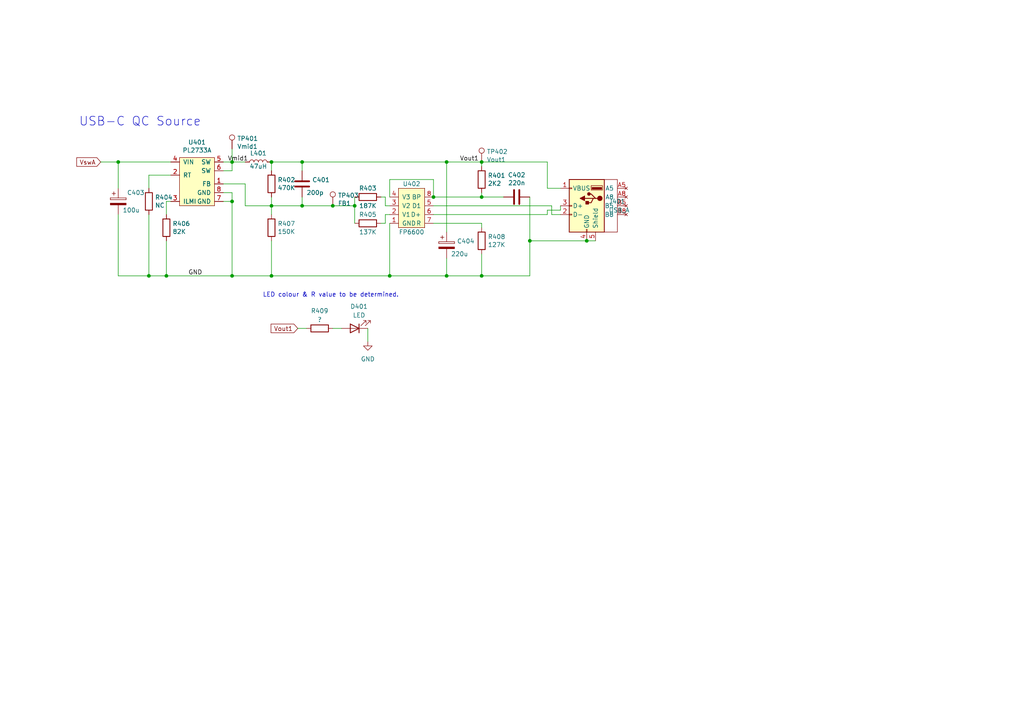
<source format=kicad_sch>
(kicad_sch (version 20211123) (generator eeschema)
  (paper "A4")
  (title_block (title "USB-C QC Source"))
  (lib_symbols
    (symbol "Connector:TestPoint" (pin_numbers hide) (pin_names (offset 0.762) hide)
      (property "Reference" "TP" (at 0 6.858 0))
      (property "Value" "TestPoint" (at 0 5.08 0))
      (symbol "TestPoint_0_1"
        (circle (center 0 3.302) (radius 0.762))
      )
      (symbol "TestPoint_1_1"
        (pin passive line (at 0 0 90) (length 2.54) (name "1") (number "1"))
      )
    )
    (symbol "Device:C" (pin_numbers hide) (pin_names (offset 0.254))
      (property "Reference" "C" (at 0.635 2.54 0))
      (property "Value" "C" (at 0.635 -2.54 0))
      (symbol "C_0_1"
        (polyline (pts (xy -2.032 -0.762) (xy 2.032 -0.762)) (stroke (width 0.508)))
        (polyline (pts (xy -2.032 0.762) (xy 2.032 0.762)) (stroke (width 0.508)))
      )
      (symbol "C_1_1"
        (pin passive line (at 0 3.81 270) (length 2.794) (name "~") (number "1"))
        (pin passive line (at 0 -3.81 90) (length 2.794) (name "~") (number "2"))
      )
    )
    (symbol "Device:CP" (pin_numbers hide) (pin_names (offset 0.254))
      (property "Reference" "C" (at 0.635 2.54 0))
      (property "Value" "Device_CP" (at 0.635 -2.54 0))
      (symbol "CP_0_1"
        (rectangle (start -2.286 0.508) (end -2.286 1.016))
        (rectangle (start -2.286 0.508) (end 2.286 0.508))
        (polyline (pts (xy -1.778 2.286) (xy -0.762 2.286)))
        (polyline (pts (xy -1.27 2.794) (xy -1.27 1.778)))
        (rectangle (start 2.286 -0.508) (end -2.286 -1.016) (fill (type outline)))
        (rectangle (start 2.286 1.016) (end -2.286 1.016))
        (rectangle (start 2.286 1.016) (end 2.286 0.508))
      )
      (symbol "CP_1_1"
        (pin passive line (at 0 3.81 270) (length 2.794) (name "~") (number "1"))
        (pin passive line (at 0 -3.81 90) (length 2.794) (name "~") (number "2"))
      )
    )
    (symbol "Device:L" (pin_numbers hide) (pin_names (offset 1.016) hide)
      (property "Reference" "L" (at -1.27 0 90))
      (property "Value" "L" (at 1.905 0 90))
      (symbol "L_0_1"
        (arc (start 0 -2.54) (mid 0.635 -1.905) (end 0 -1.27))
        (arc (start 0 -1.27) (mid 0.635 -0.635) (end 0 0))
        (arc (start 0 0) (mid 0.635 0.635) (end 0 1.27))
        (arc (start 0 1.27) (mid 0.635 1.905) (end 0 2.54))
      )
      (symbol "L_1_1"
        (pin passive line (at 0 3.81 270) (length 1.27) (name "1") (number "1"))
        (pin passive line (at 0 -3.81 90) (length 1.27) (name "2") (number "2"))
      )
    )
    (symbol "Device:LED" (pin_numbers hide) (pin_names (offset 1.016) hide)
      (property "Reference" "D" (at 0 2.54 0))
      (property "Value" "LED" (at 0 -2.54 0))
      (symbol "LED_0_1"
        (polyline (pts (xy -1.27 -1.27) (xy -1.27 1.27)) (stroke (width 0.254)))
        (polyline (pts (xy -1.27 0) (xy 1.27 0)))
        (polyline (pts (xy 1.27 -1.27) (xy 1.27 1.27) (xy -1.27 0) (xy 1.27 -1.27)) (stroke (width 0.254)))
        (polyline (pts (xy -3.048 -0.762) (xy -4.572 -2.286) (xy -3.81 -2.286) (xy -4.572 -2.286) (xy -4.572 -1.524)))
        (polyline (pts (xy -1.778 -0.762) (xy -3.302 -2.286) (xy -2.54 -2.286) (xy -3.302 -2.286) (xy -3.302 -1.524)))
      )
      (symbol "LED_1_1"
        (pin passive line (at -3.81 0 0) (length 2.54) (name "K") (number "1"))
        (pin passive line (at 3.81 0 180) (length 2.54) (name "A") (number "2"))
      )
    )
    (symbol "Device:R" (pin_numbers hide) (pin_names (offset 0))
      (property "Reference" "R" (at 2.032 0 90))
      (property "Value" "R" (at 0 0 90))
      (symbol "R_0_1"
        (rectangle (start -1.016 -2.54) (end 1.016 2.54) (stroke (width 0.254)))
      )
      (symbol "R_1_1"
        (pin passive line (at 0 3.81 270) (length 1.27) (name "~") (number "1"))
        (pin passive line (at 0 -3.81 90) (length 1.27) (name "~") (number "2"))
      )
    )
    (symbol "customs:FP6600" (pin_names (offset 1.016))
      (property "Reference" "U" (at 0 1.27 0))
      (property "Value" "customs_FP6600" (at 0 -1.27 0))
      (symbol "FP6600_0_1"
        (rectangle (start -3.81 -2.54) (end 3.81 -13.97) (fill (type background)))
      )
      (symbol "FP6600_1_1"
        (pin power_in line (at -6.35 -12.7 0) (length 2.54) (name "GND") (number "1"))
        (pin input line (at -6.35 -10.16 0) (length 2.54) (name "V1") (number "2"))
        (pin input line (at -6.35 -7.62 0) (length 2.54) (name "V2") (number "3"))
        (pin input line (at -6.35 -5.08 0) (length 2.54) (name "V3") (number "4"))
        (pin bidirectional line (at 6.35 -7.62 180) (length 2.54) (name "D1") (number "5"))
        (pin bidirectional line (at 6.35 -10.16 180) (length 2.54) (name "D+") (number "6"))
        (pin input line (at 6.35 -12.7 180) (length 2.54) (name "R") (number "7"))
        (pin power_in line (at 6.35 -5.08 180) (length 2.54) (name "BP") (number "8"))
      )
    )
    (symbol "customs:PL2733A" (pin_names (offset 1.016))
      (property "Reference" "U" (at 0 7.62 0))
      (property "Value" "customs_PL2733A" (at 0 5.08 0))
      (symbol "PL2733A_0_1"
        (rectangle (start -5.08 3.81) (end 5.08 -10.16) (fill (type background)))
      )
      (symbol "PL2733A_1_1"
        (pin input line (at 7.62 -3.81 180) (length 2.54) (name "FB") (number "1"))
        (pin input line (at -7.62 -1.27 0) (length 2.54) (name "RT") (number "2"))
        (pin input line (at -7.62 -8.89 0) (length 2.54) (name "ILMI") (number "3"))
        (pin power_in line (at -7.62 2.54 0) (length 2.54) (name "VIN") (number "4"))
        (pin power_out line (at 7.62 2.54 180) (length 2.54) (name "SW") (number "5"))
        (pin power_out line (at 7.62 0 180) (length 2.54) (name "SW") (number "6"))
        (pin power_in line (at 7.62 -8.89 180) (length 2.54) (name "GND") (number "7"))
        (pin power_in line (at 7.62 -6.35 180) (length 2.54) (name "GND") (number "8"))
      )
    )
    (symbol "power:GND" (power) (pin_names (offset 0))
      (property "Value" "GND" (at 0 -3.81 0))
      (symbol "GND_0_1"
        (polyline (pts (xy 0 0) (xy 0 -1.27) (xy 1.27 -1.27) (xy 0 -2.54) (xy -1.27 -1.27) (xy 0 -1.27)))
      )
      (symbol "GND_1_1"
        (pin power_in line (at 0 0 270) (length 0) hide (name "GND") (number "1"))
      )
    )
    (symbol "tinker:USB_A+C" (pin_names (offset 1.016))
      (property "Reference" "J" (at -5.08 11.43 0))
      (property "Value" "USB_A+C" (at -5.08 8.89 0))
      (symbol "USB_A+C_0_1"
        (rectangle (start -8.89 7.62) (end -5.08 -7.62))
        (rectangle (start -5.08 -7.62) (end 5.08 7.62) (stroke (width 0.254)) (fill (type background)))
        (circle (center -3.81 2.159) (radius 0.635) (stroke (width 0.254)) (fill (type outline)))
        (rectangle (start -1.524 4.826) (end -4.318 5.334) (fill (type outline)))
        (rectangle (start -1.27 4.572) (end -4.572 5.842))
        (circle (center -0.635 3.429) (radius 0.381) (stroke (width 0.254)) (fill (type outline)))
        (rectangle (start -0.127 -7.62) (end 0.127 -6.858))
        (polyline (pts (xy -3.175 2.159) (xy -2.54 2.159) (xy -1.27 3.429) (xy -0.635 3.429)) (stroke (width 0.254)))
        (polyline (pts (xy -2.54 2.159) (xy -1.905 2.159) (xy -1.27 0.889) (xy 0 0.889)) (stroke (width 0.254)))
        (polyline (pts (xy 0.635 2.794) (xy 0.635 1.524) (xy 1.905 2.159) (xy 0.635 2.794)) (stroke (width 0.254)) (fill (type outline)))
        (rectangle (start 0.254 1.27) (end -0.508 0.508) (stroke (width 0.254)) (fill (type outline)))
        (rectangle (start 5.08 -2.667) (end 4.318 -2.413))
        (rectangle (start 5.08 -0.127) (end 4.318 0.127))
        (rectangle (start 5.08 4.953) (end 4.318 5.207))
      )
      (symbol "USB_A+C_1_1"
        (polyline (pts (xy -1.905 2.159) (xy 0.635 2.159)) (stroke (width 0.254)))
        (pin power_in line (at 7.62 5.08 180) (length 2.54) (name "VBUS") (number "1"))
        (pin bidirectional line (at 7.62 -2.54 180) (length 2.54) (name "D-") (number "2"))
        (pin bidirectional line (at 7.62 0 180) (length 2.54) (name "D+") (number "3"))
        (pin power_in line (at 0 -10.16 90) (length 2.54) (name "GND") (number "4"))
        (pin passive line (at -2.54 -10.16 90) (length 2.54) (name "Shield") (number "5"))
        (pin no_connect line (at -11.43 5.08 0) (length 2.54) (name "A5") (number "A5"))
        (pin no_connect line (at -11.43 2.54 0) (length 2.54) (name "A8") (number "A8"))
        (pin no_connect line (at -11.43 0 0) (length 2.54) (name "B5") (number "B5"))
        (pin no_connect line (at -11.43 -2.54 0) (length 2.54) (name "B8") (number "B8"))
      )
    )
  )
  (junction (at 129.54 80.01))
  (junction (at 129.54 46.99))
  (junction (at 78.74 46.99))
  (junction (at 67.31 46.99))
  (junction (at 96.52 59.69))
  (junction (at 34.29 46.99))
  (junction (at 113.03 80.01))
  (junction (at 139.7 80.01))
  (junction (at 78.74 59.69))
  (junction (at 125.73 57.15))
  (junction (at 139.7 46.99))
  (junction (at 170.18 69.85))
  (junction (at 102.87 59.69))
  (junction (at 87.63 59.69))
  (junction (at 43.18 80.01))
  (junction (at 153.67 69.85))
  (junction (at 78.74 80.01))
  (junction (at 67.31 58.42))
  (junction (at 67.31 80.01))
  (junction (at 87.63 46.99))
  (junction (at 139.7 57.15))
  (junction (at 48.26 80.01))
  (wire (pts (xy 49.53 50.8) (xy 43.18 50.8)))
  (wire (pts (xy 125.73 59.69) (xy 160.02 59.69)))
  (wire (pts (xy 34.29 46.99) (xy 34.29 54.61)))
  (wire (pts (xy 153.67 69.85) (xy 153.67 80.01)))
  (wire (pts (xy 43.18 80.01) (xy 34.29 80.01)))
  (wire (pts (xy 129.54 80.01) (xy 139.7 80.01)))
  (wire (pts (xy 34.29 62.23) (xy 34.29 80.01)))
  (wire (pts (xy 96.52 59.69) (xy 87.63 59.69)))
  (wire (pts (xy 78.74 69.85) (xy 78.74 80.01)))
  (wire (pts (xy 139.7 66.04) (xy 139.7 64.77)))
  (wire (pts (xy 67.31 46.99) (xy 64.77 46.99)))
  (wire (pts (xy 43.18 62.23) (xy 43.18 80.01)))
  (wire (pts (xy 106.68 95.25) (xy 106.68 99.06)))
  (wire (pts (xy 158.75 54.61) (xy 162.56 54.61)))
  (wire (pts (xy 129.54 46.99) (xy 139.7 46.99)))
  (wire (pts (xy 111.76 64.77) (xy 110.49 64.77)))
  (wire (pts (xy 113.03 64.77) (xy 113.03 80.01)))
  (wire (pts (xy 111.76 59.69) (xy 111.76 57.15)))
  (wire (pts (xy 49.53 58.42) (xy 48.26 58.42)))
  (wire (pts (xy 67.31 58.42) (xy 67.31 80.01)))
  (wire (pts (xy 139.7 48.26) (xy 139.7 46.99)))
  (wire (pts (xy 111.76 62.23) (xy 111.76 64.77)))
  (wire (pts (xy 170.18 69.85) (xy 172.72 69.85)))
  (wire (pts (xy 113.03 62.23) (xy 111.76 62.23)))
  (wire (pts (xy 78.74 49.53) (xy 78.74 46.99)))
  (wire (pts (xy 64.77 55.88) (xy 67.31 55.88)))
  (wire (pts (xy 160.02 62.23) (xy 162.56 62.23)))
  (wire (pts (xy 78.74 57.15) (xy 78.74 59.69)))
  (wire (pts (xy 125.73 52.07) (xy 125.73 57.15)))
  (wire (pts (xy 125.73 57.15) (xy 139.7 57.15)))
  (wire (pts (xy 139.7 57.15) (xy 146.05 57.15)))
  (wire (pts (xy 67.31 80.01) (xy 78.74 80.01)))
  (wire (pts (xy 160.02 59.69) (xy 160.02 62.23)))
  (wire (pts (xy 162.56 60.96) (xy 162.56 59.69)))
  (wire (pts (xy 129.54 67.31) (xy 129.54 46.99)))
  (wire (pts (xy 64.77 58.42) (xy 67.31 58.42)))
  (wire (pts (xy 96.52 95.25) (xy 99.06 95.25)))
  (wire (pts (xy 129.54 80.01) (xy 113.03 80.01)))
  (wire (pts (xy 48.26 80.01) (xy 43.18 80.01)))
  (wire (pts (xy 29.21 46.99) (xy 34.29 46.99)))
  (wire (pts (xy 102.87 59.69) (xy 96.52 59.69)))
  (wire (pts (xy 87.63 57.15) (xy 87.63 59.69)))
  (wire (pts (xy 67.31 49.53) (xy 67.31 46.99)))
  (wire (pts (xy 158.75 60.96) (xy 162.56 60.96)))
  (wire (pts (xy 158.75 54.61) (xy 158.75 46.99)))
  (wire (pts (xy 48.26 69.85) (xy 48.26 80.01)))
  (wire (pts (xy 158.75 62.23) (xy 158.75 60.96)))
  (wire (pts (xy 48.26 58.42) (xy 48.26 62.23)))
  (wire (pts (xy 139.7 55.88) (xy 139.7 57.15)))
  (wire (pts (xy 78.74 59.69) (xy 78.74 62.23)))
  (wire (pts (xy 43.18 50.8) (xy 43.18 54.61)))
  (wire (pts (xy 153.67 69.85) (xy 170.18 69.85)))
  (wire (pts (xy 139.7 46.99) (xy 158.75 46.99)))
  (wire (pts (xy 125.73 62.23) (xy 158.75 62.23)))
  (wire (pts (xy 67.31 43.18) (xy 67.31 46.99)))
  (wire (pts (xy 64.77 53.34) (xy 71.12 53.34)))
  (wire (pts (xy 113.03 59.69) (xy 111.76 59.69)))
  (wire (pts (xy 86.36 95.25) (xy 88.9 95.25)))
  (wire (pts (xy 49.53 46.99) (xy 34.29 46.99)))
  (wire (pts (xy 139.7 80.01) (xy 153.67 80.01)))
  (wire (pts (xy 113.03 57.15) (xy 113.03 52.07)))
  (wire (pts (xy 64.77 49.53) (xy 67.31 49.53)))
  (wire (pts (xy 113.03 52.07) (xy 125.73 52.07)))
  (wire (pts (xy 67.31 55.88) (xy 67.31 58.42)))
  (wire (pts (xy 87.63 46.99) (xy 78.74 46.99)))
  (wire (pts (xy 102.87 64.77) (xy 102.87 59.69)))
  (wire (pts (xy 87.63 49.53) (xy 87.63 46.99)))
  (wire (pts (xy 78.74 80.01) (xy 113.03 80.01)))
  (wire (pts (xy 139.7 73.66) (xy 139.7 80.01)))
  (wire (pts (xy 102.87 57.15) (xy 102.87 59.69)))
  (wire (pts (xy 87.63 59.69) (xy 78.74 59.69)))
  (wire (pts (xy 71.12 59.69) (xy 78.74 59.69)))
  (wire (pts (xy 125.73 64.77) (xy 139.7 64.77)))
  (wire (pts (xy 153.67 57.15) (xy 153.67 69.85)))
  (wire (pts (xy 71.12 53.34) (xy 71.12 59.69)))
  (wire (pts (xy 129.54 74.93) (xy 129.54 80.01)))
  (wire (pts (xy 71.12 46.99) (xy 67.31 46.99)))
  (wire (pts (xy 67.31 80.01) (xy 48.26 80.01)))
  (wire (pts (xy 111.76 57.15) (xy 110.49 57.15)))
  (wire (pts (xy 87.63 46.99) (xy 129.54 46.99)))
  (text "LED colour & R value to be determined." (at 76.2 86.36 0) (effects (font (size 1.27 1.27)) (justify left bottom)))
  (text "USB-C QC Source" (at 22.86 36.83 0) (effects (font (size 2.54 2.54)) (justify left bottom)))
  (label "GND" (at 54.61 80.01 0))
  (label "Vmid1" (at 66.04 46.99 0))
  (label "Vout1" (at 133.35 46.99 0))
  (global_label "VswA" (shape input) (at 29.21 46.99 180) (property "Intersheet References" "${INTERSHEET_REFS}" (effects hide)))
  (global_label "Vout1" (shape input) (at 86.36 95.25 180) (property "Intersheet References" "${INTERSHEET_REFS}" (effects hide)))
  (symbol (lib_id "Device:R") (at 139.7 69.85 0) (unit 1)
    (property "Reference" "R408" (at 141.478 68.6816 0) (effects (justify left)))
    (property "Value" "127K" (at 141.478 70.993 0) (effects (justify left)))
    (property "Footprint" "Resistor_SMD:R_0603_1608Metric" (effects hide))
  )
  (symbol (lib_id "Connector:TestPoint") (at 139.7 46.99 0) (unit 1)
    (property "Reference" "TP402" (at 141.1732 43.9928 0) (effects (justify left)))
    (property "Value" "Vout1" (at 141.1732 46.3042 0) (effects (justify left)))
    (property "Footprint" "tinker:TestPoint_THTPad_D1.0mm_Drill0.5mm" (effects hide))
  )
  (symbol (lib_id "Device:L") (at 74.93 46.99 90) (unit 1)
    (property "Reference" "L401" (at 74.93 44.45 90))
    (property "Value" "47uH" (at 74.93 48.26 90))
    (property "Footprint" "Inductor_SMD:L_12x12mm_H8mm" (effects hide))
  )
  (symbol (lib_id "Device:R") (at 48.26 66.04 0) (unit 1)
    (property "Reference" "R406" (at 50.038 64.8716 0) (effects (justify left)))
    (property "Value" "82K" (at 50.038 67.183 0) (effects (justify left)))
    (property "Footprint" "Resistor_SMD:R_0603_1608Metric" (effects hide))
  )
  (symbol (lib_id "power:GND") (at 106.68 99.06 0) (unit 1)
    (property "Reference" "#PWR0401" (effects hide))
    (property "Value" "GND" (at 106.68 104.14 0))
  )
  (symbol (lib_id "Device:R") (at 78.74 66.04 0) (unit 1)
    (property "Reference" "R407" (at 80.518 64.8716 0) (effects (justify left)))
    (property "Value" "150K" (at 80.518 67.183 0) (effects (justify left)))
    (property "Footprint" "Resistor_SMD:R_0603_1608Metric" (effects hide))
  )
  (symbol (lib_id "Device:R") (at 106.68 57.15 270) (unit 1)
    (property "Reference" "R403" (at 106.68 54.61 90))
    (property "Value" "187K" (at 106.68 59.69 90))
    (property "Footprint" "Resistor_SMD:R_0603_1608Metric" (effects hide))
  )
  (symbol (lib_id "Connector:TestPoint") (at 67.31 43.18 0) (unit 1)
    (property "Reference" "TP401" (at 68.7832 40.1828 0) (effects (justify left)))
    (property "Value" "Vmid1" (at 68.7832 42.4942 0) (effects (justify left)))
    (property "Footprint" "tinker:TestPoint_THTPad_D1.0mm_Drill0.5mm" (effects hide))
  )
  (symbol (lib_id "Device:R") (at 78.74 53.34 0) (unit 1)
    (property "Reference" "R402" (at 80.518 52.1716 0) (effects (justify left)))
    (property "Value" "470K" (at 80.518 54.483 0) (effects (justify left)))
    (property "Footprint" "Resistor_SMD:R_0603_1608Metric" (effects hide))
  )
  (symbol (lib_id "customs:PL2733A") (at 57.15 49.53 0) (unit 1)
    (property "Reference" "U401" (at 57.15 41.275 0))
    (property "Value" "PL2733A" (at 57.15 43.5864 0))
    (property "Footprint" "Package_SO:SSOP-8_3.9x5.05mm_P1.27mm" (effects hide))
  )
  (symbol (lib_id "Device:C") (at 87.63 53.34 0) (unit 1)
    (property "Reference" "C401" (at 90.551 52.1716 0) (effects (justify left)))
    (property "Value" "200p" (at 88.9 55.88 0) (effects (justify left)))
    (property "Footprint" "Capacitor_SMD:C_0603_1608Metric" (effects hide))
  )
  (symbol (lib_id "Device:R") (at 92.71 95.25 90) (unit 1)
    (property "Reference" "R409" (at 92.71 90.17 90))
    (property "Value" "?" (at 92.71 92.71 90))
    (property "Footprint" "Resistor_SMD:R_0603_1608Metric" (effects hide))
  )
  (symbol (lib_id "Device:LED") (at 102.87 95.25 180) (unit 1)
    (property "Reference" "D401" (at 104.14 88.9 0))
    (property "Value" "LED" (at 104.14 91.44 0))
    (property "Footprint" "LED_SMD:LED_0603_1608Metric" (effects hide))
  )
  (symbol (lib_id "customs:FP6600") (at 119.38 52.07 0) (unit 1)
    (property "Reference" "U402" (at 119.38 53.34 0))
    (property "Value" "FP6600" (at 119.38 67.31 0))
    (property "Footprint" "Package_SO:SSOP-8_3.9x5.05mm_P1.27mm" (effects hide))
  )
  (symbol (lib_id "Device:C") (at 149.86 57.15 270) (unit 1)
    (property "Reference" "C402" (at 149.86 50.7492 90))
    (property "Value" "220n" (at 149.86 53.0606 90))
    (property "Footprint" "Capacitor_SMD:C_0603_1608Metric" (effects hide))
  )
  (symbol (lib_id "Device:CP") (at 34.29 58.42 0) (unit 1)
    (property "Reference" "C403" (at 36.83 55.88 0) (effects (justify left)))
    (property "Value" "100u" (at 35.56 60.96 0) (effects (justify left)))
    (property "Footprint" "Capacitor_SMD:CP_Elec_10x7.7" (effects hide))
    (property "LCSC" "C311620" (effects hide))
  )
  (symbol (lib_id "Device:CP") (at 129.54 71.12 0) (unit 1)
    (property "Reference" "C404" (at 132.5372 69.9516 0) (effects (justify left)))
    (property "Value" "220u" (at 130.81 73.66 0) (effects (justify left)))
    (property "Footprint" "Capacitor_SMD:CP_Elec_8x6.5" (effects hide))
    (property "LCSC" "C176669" (effects hide))
  )
  (symbol (lib_id "Connector:TestPoint") (at 96.52 59.69 0) (unit 1)
    (property "Reference" "TP403" (at 97.9932 56.6928 0) (effects (justify left)))
    (property "Value" "FB1" (at 97.9932 59.0042 0) (effects (justify left)))
    (property "Footprint" "tinker:TestPoint_THTPad_D1.0mm_Drill0.5mm" (effects hide))
  )
  (symbol (lib_id "tinker:USB_A+C") (at 170.18 59.69 0) (mirror y) (unit 1)
    (property "Reference" "J401" (at 176.53 58.4199 0) (effects (justify right)))
    (property "Value" "USB_A" (at 176.53 60.9599 0) (effects (justify right)))
    (property "Footprint" "tinker:USB_A+C" (effects hide))
    (property "Datasheet" " ~" (effects hide))
    (property "LCSC" "C6389922" (effects hide))
  )
  (symbol (lib_id "Device:R") (at 139.7 52.07 0) (unit 1)
    (property "Reference" "R401" (at 141.478 50.9016 0) (effects (justify left)))
    (property "Value" "2K2" (at 141.478 53.213 0) (effects (justify left)))
    (property "Footprint" "Resistor_SMD:R_0603_1608Metric" (effects hide))
  )
  (symbol (lib_id "Device:R") (at 106.68 64.77 270) (unit 1)
    (property "Reference" "R405" (at 106.68 62.23 90))
    (property "Value" "137K" (at 106.68 67.31 90))
    (property "Footprint" "Resistor_SMD:R_0603_1608Metric" (effects hide))
  )
  (symbol (lib_id "Device:R") (at 43.18 58.42 0) (unit 1)
    (property "Reference" "R404" (at 44.958 57.2516 0) (effects (justify left)))
    (property "Value" "NC" (at 44.958 59.563 0) (effects (justify left)))
    (property "Footprint" "Resistor_SMD:R_0603_1608Metric" (effects hide))
  )
)
</source>
